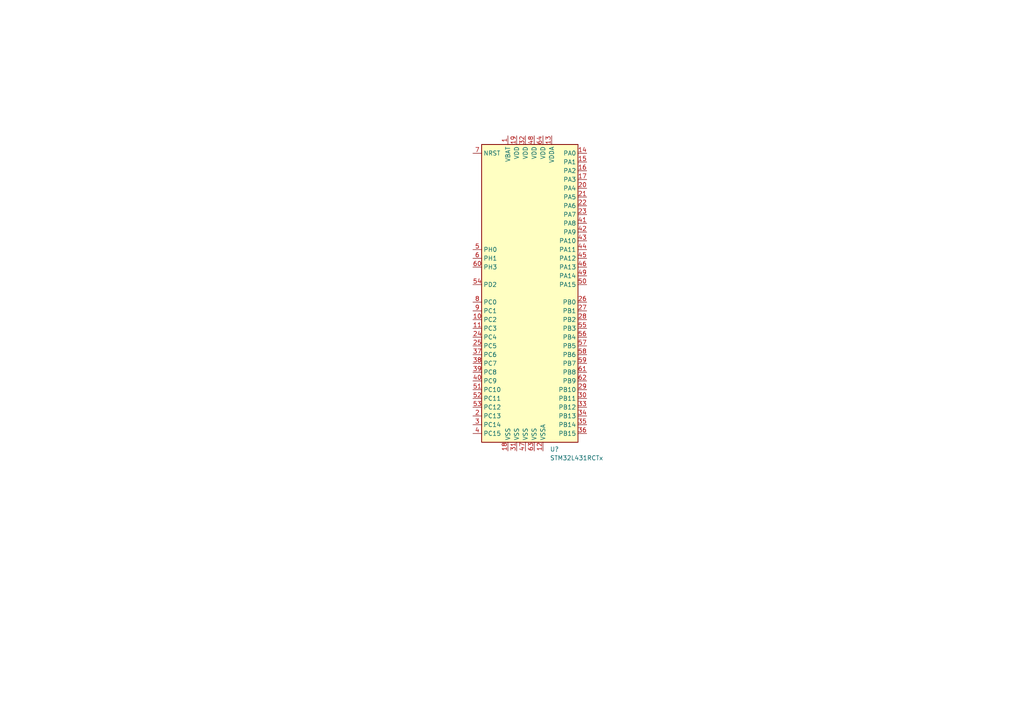
<source format=kicad_sch>
(kicad_sch (version 20211123) (generator eeschema)
  (paper "A4")
  (lib_symbols
    (symbol "MCU_ST_STM32L4:STM32L431RCTx"
      (property "Reference" "U" (at -15.24 44.45 0))
      (property "Value" "STM32L431RCTx" (at 7.62 44.45 0))
      (symbol "STM32L431RCTx_0_1"
        (rectangle (start -15.24 -43.18) (end 12.7 43.18) (stroke (width 0.254)) (fill (type background)))
      )
      (symbol "STM32L431RCTx_1_1"
        (pin power_in line (at -7.62 45.72 270) (length 2.54) (name "VBAT") (number "1"))
        (pin bidirectional line (at -17.78 -7.62 0) (length 2.54) (name "PC2") (number "10"))
        (pin bidirectional line (at -17.78 -10.16 0) (length 2.54) (name "PC3") (number "11"))
        (pin power_in line (at 2.54 -45.72 90) (length 2.54) (name "VSSA") (number "12"))
        (pin power_in line (at 5.08 45.72 270) (length 2.54) (name "VDDA") (number "13"))
        (pin bidirectional line (at 15.24 40.64 180) (length 2.54) (name "PA0") (number "14"))
        (pin bidirectional line (at 15.24 38.1 180) (length 2.54) (name "PA1") (number "15"))
        (pin bidirectional line (at 15.24 35.56 180) (length 2.54) (name "PA2") (number "16"))
        (pin bidirectional line (at 15.24 33.02 180) (length 2.54) (name "PA3") (number "17"))
        (pin power_in line (at -7.62 -45.72 90) (length 2.54) (name "VSS") (number "18"))
        (pin power_in line (at -5.08 45.72 270) (length 2.54) (name "VDD") (number "19"))
        (pin bidirectional line (at -17.78 -35.56 0) (length 2.54) (name "PC13") (number "2"))
        (pin bidirectional line (at 15.24 30.48 180) (length 2.54) (name "PA4") (number "20"))
        (pin bidirectional line (at 15.24 27.94 180) (length 2.54) (name "PA5") (number "21"))
        (pin bidirectional line (at 15.24 25.4 180) (length 2.54) (name "PA6") (number "22"))
        (pin bidirectional line (at 15.24 22.86 180) (length 2.54) (name "PA7") (number "23"))
        (pin bidirectional line (at -17.78 -12.7 0) (length 2.54) (name "PC4") (number "24"))
        (pin bidirectional line (at -17.78 -15.24 0) (length 2.54) (name "PC5") (number "25"))
        (pin bidirectional line (at 15.24 -2.54 180) (length 2.54) (name "PB0") (number "26"))
        (pin bidirectional line (at 15.24 -5.08 180) (length 2.54) (name "PB1") (number "27"))
        (pin bidirectional line (at 15.24 -7.62 180) (length 2.54) (name "PB2") (number "28"))
        (pin bidirectional line (at 15.24 -27.94 180) (length 2.54) (name "PB10") (number "29"))
        (pin bidirectional line (at -17.78 -38.1 0) (length 2.54) (name "PC14") (number "3"))
        (pin bidirectional line (at 15.24 -30.48 180) (length 2.54) (name "PB11") (number "30"))
        (pin power_in line (at -5.08 -45.72 90) (length 2.54) (name "VSS") (number "31"))
        (pin power_in line (at -2.54 45.72 270) (length 2.54) (name "VDD") (number "32"))
        (pin bidirectional line (at 15.24 -33.02 180) (length 2.54) (name "PB12") (number "33"))
        (pin bidirectional line (at 15.24 -35.56 180) (length 2.54) (name "PB13") (number "34"))
        (pin bidirectional line (at 15.24 -38.1 180) (length 2.54) (name "PB14") (number "35"))
        (pin bidirectional line (at 15.24 -40.64 180) (length 2.54) (name "PB15") (number "36"))
        (pin bidirectional line (at -17.78 -17.78 0) (length 2.54) (name "PC6") (number "37"))
        (pin bidirectional line (at -17.78 -20.32 0) (length 2.54) (name "PC7") (number "38"))
        (pin bidirectional line (at -17.78 -22.86 0) (length 2.54) (name "PC8") (number "39"))
        (pin bidirectional line (at -17.78 -40.64 0) (length 2.54) (name "PC15") (number "4"))
        (pin bidirectional line (at -17.78 -25.4 0) (length 2.54) (name "PC9") (number "40"))
        (pin bidirectional line (at 15.24 20.32 180) (length 2.54) (name "PA8") (number "41"))
        (pin bidirectional line (at 15.24 17.78 180) (length 2.54) (name "PA9") (number "42"))
        (pin bidirectional line (at 15.24 15.24 180) (length 2.54) (name "PA10") (number "43"))
        (pin bidirectional line (at 15.24 12.7 180) (length 2.54) (name "PA11") (number "44"))
        (pin bidirectional line (at 15.24 10.16 180) (length 2.54) (name "PA12") (number "45"))
        (pin bidirectional line (at 15.24 7.62 180) (length 2.54) (name "PA13") (number "46"))
        (pin power_in line (at -2.54 -45.72 90) (length 2.54) (name "VSS") (number "47"))
        (pin power_in line (at 0 45.72 270) (length 2.54) (name "VDD") (number "48"))
        (pin bidirectional line (at 15.24 5.08 180) (length 2.54) (name "PA14") (number "49"))
        (pin input line (at -17.78 12.7 0) (length 2.54) (name "PH0") (number "5"))
        (pin bidirectional line (at 15.24 2.54 180) (length 2.54) (name "PA15") (number "50"))
        (pin bidirectional line (at -17.78 -27.94 0) (length 2.54) (name "PC10") (number "51"))
        (pin bidirectional line (at -17.78 -30.48 0) (length 2.54) (name "PC11") (number "52"))
        (pin bidirectional line (at -17.78 -33.02 0) (length 2.54) (name "PC12") (number "53"))
        (pin bidirectional line (at -17.78 2.54 0) (length 2.54) (name "PD2") (number "54"))
        (pin bidirectional line (at 15.24 -10.16 180) (length 2.54) (name "PB3") (number "55"))
        (pin bidirectional line (at 15.24 -12.7 180) (length 2.54) (name "PB4") (number "56"))
        (pin bidirectional line (at 15.24 -15.24 180) (length 2.54) (name "PB5") (number "57"))
        (pin bidirectional line (at 15.24 -17.78 180) (length 2.54) (name "PB6") (number "58"))
        (pin bidirectional line (at 15.24 -20.32 180) (length 2.54) (name "PB7") (number "59"))
        (pin input line (at -17.78 10.16 0) (length 2.54) (name "PH1") (number "6"))
        (pin bidirectional line (at -17.78 7.62 0) (length 2.54) (name "PH3") (number "60"))
        (pin bidirectional line (at 15.24 -22.86 180) (length 2.54) (name "PB8") (number "61"))
        (pin bidirectional line (at 15.24 -25.4 180) (length 2.54) (name "PB9") (number "62"))
        (pin power_in line (at 0 -45.72 90) (length 2.54) (name "VSS") (number "63"))
        (pin power_in line (at 2.54 45.72 270) (length 2.54) (name "VDD") (number "64"))
        (pin input line (at -17.78 40.64 0) (length 2.54) (name "NRST") (number "7"))
        (pin bidirectional line (at -17.78 -2.54 0) (length 2.54) (name "PC0") (number "8"))
        (pin bidirectional line (at -17.78 -5.08 0) (length 2.54) (name "PC1") (number "9"))
      )
    )
  )
  (symbol (lib_id "MCU_ST_STM32L4:STM32L431RCTx") (at 154.94 85.09 0) (unit 1)
    (property "Reference" "U?" (at 159.4994 130.3004 0) (effects (justify left)))
    (property "Value" "STM32L431RCTx" (at 159.4994 132.8373 0) (effects (justify left)))
    (property "Footprint" "Package_QFP:LQFP-64_10x10mm_P0.5mm" (effects hide))
    (property "Datasheet" "http://www.st.com/st-web-ui/static/active/en/resource/technical/document/datasheet/DM00257211.pdf" (effects hide))
  )
)
</source>
